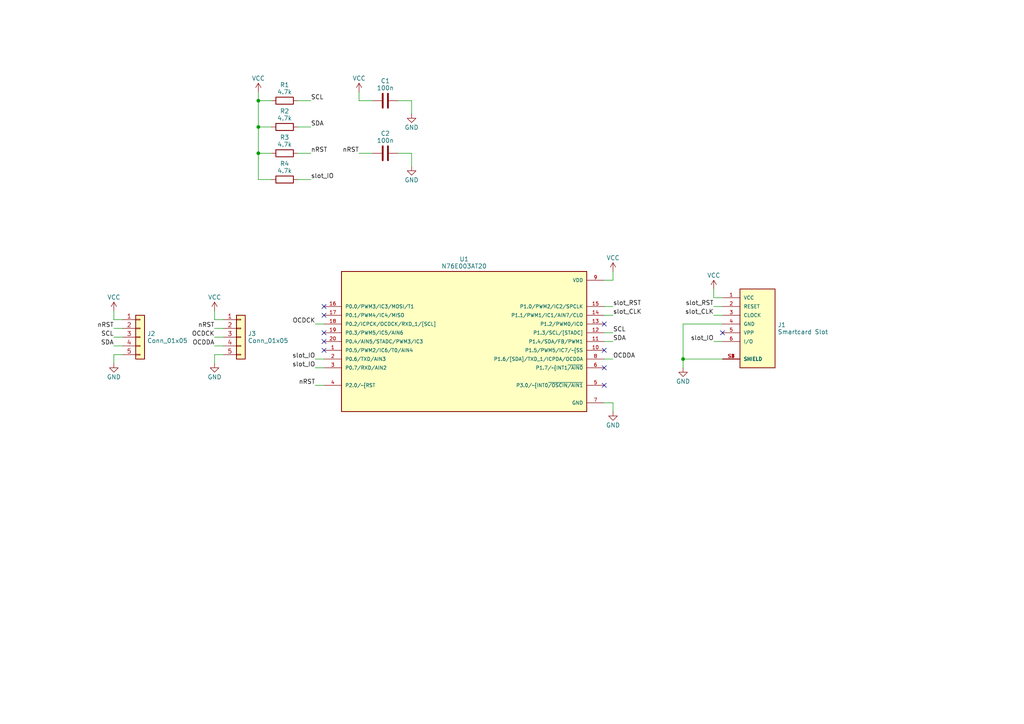
<source format=kicad_sch>
(kicad_sch (version 20230121) (generator eeschema)
  (paper "A4")
  (lib_symbols
    (symbol "693010020611:693010020611" (pin_names (offset 1.016))
      (property "Reference" "J" (at -5.08 10.922 0))
      (property "Value" "693010020611" (at -5.08 -15.24 0))
      (symbol "693010020611_0_0"
        (rectangle (start -5.08 -12.7) (end 5.08 10.16) (stroke (width 0.254)) (fill (type background)))
        (pin passive line (at -10.16 7.62 0) (length 5.08) (name "VCC") (number "1"))
        (pin passive line (at -10.16 5.08 0) (length 5.08) (name "RESET") (number "2"))
        (pin passive line (at -10.16 2.54 0) (length 5.08) (name "CLOCK") (number "3"))
        (pin passive line (at -10.16 0 0) (length 5.08) (name "GND") (number "4"))
        (pin passive line (at -10.16 -2.54 0) (length 5.08) (name "VPP") (number "5"))
        (pin passive line (at -10.16 -5.08 0) (length 5.08) (name "I/O") (number "6"))
        (pin passive line (at -10.16 -10.16 0) (length 5.08) (name "SHIELD") (number "S1"))
        (pin passive line (at -10.16 -10.16 0) (length 5.08) (name "SHIELD") (number "S2"))
        (pin passive line (at -10.16 -10.16 0) (length 5.08) (name "SHIELD") (number "S3"))
        (pin passive line (at -10.16 -10.16 0) (length 5.08) (name "SHIELD") (number "S4"))
      )
    )
    (symbol "Connector_Generic:Conn_01x05" (pin_names (offset 1.016) hide)
      (property "Reference" "J" (at 0 7.62 0))
      (property "Value" "Conn_01x05" (at 0 -7.62 0))
      (symbol "Conn_01x05_1_1"
        (rectangle (start -1.27 -4.953) (end 0 -5.207) (stroke (width 0.1524)))
        (rectangle (start -1.27 -2.413) (end 0 -2.667) (stroke (width 0.1524)))
        (rectangle (start -1.27 0.127) (end 0 -0.127) (stroke (width 0.1524)))
        (rectangle (start -1.27 2.667) (end 0 2.413) (stroke (width 0.1524)))
        (rectangle (start -1.27 5.207) (end 0 4.953) (stroke (width 0.1524)))
        (rectangle (start -1.27 6.35) (end 1.27 -6.35) (stroke (width 0.254)) (fill (type background)))
        (pin passive line (at -5.08 5.08 0) (length 3.81) (name "Pin_1") (number "1"))
        (pin passive line (at -5.08 2.54 0) (length 3.81) (name "Pin_2") (number "2"))
        (pin passive line (at -5.08 0 0) (length 3.81) (name "Pin_3") (number "3"))
        (pin passive line (at -5.08 -2.54 0) (length 3.81) (name "Pin_4") (number "4"))
        (pin passive line (at -5.08 -5.08 0) (length 3.81) (name "Pin_5") (number "5"))
      )
    )
    (symbol "Device:C" (pin_numbers hide) (pin_names (offset 0.254))
      (property "Reference" "C" (at 0.635 2.54 0))
      (property "Value" "C" (at 0.635 -2.54 0))
      (symbol "C_0_1"
        (polyline (pts (xy -2.032 -0.762) (xy 2.032 -0.762)) (stroke (width 0.508)))
        (polyline (pts (xy -2.032 0.762) (xy 2.032 0.762)) (stroke (width 0.508)))
      )
      (symbol "C_1_1"
        (pin passive line (at 0 3.81 270) (length 2.794) (name "~") (number "1"))
        (pin passive line (at 0 -3.81 90) (length 2.794) (name "~") (number "2"))
      )
    )
    (symbol "Device:R" (pin_numbers hide) (pin_names (offset 0))
      (property "Reference" "R" (at 2.032 0 90))
      (property "Value" "R" (at 0 0 90))
      (symbol "R_0_1"
        (rectangle (start -1.016 -2.54) (end 1.016 2.54) (stroke (width 0.254)))
      )
      (symbol "R_1_1"
        (pin passive line (at 0 3.81 270) (length 1.27) (name "~") (number "1"))
        (pin passive line (at 0 -3.81 90) (length 1.27) (name "~") (number "2"))
      )
    )
    (symbol "N76E003AT20:N76E003AT20" (pin_names (offset 1.016))
      (property "Reference" "U" (at -35.8507 21.1036 0))
      (property "Value" "N76E003AT20" (at -35.5898 -22.8792 0))
      (symbol "N76E003AT20_0_0"
        (rectangle (start -35.56 -20.32) (end 35.56 20.32) (stroke (width 0.254)) (fill (type background)))
        (pin bidirectional line (at -40.64 -2.54 0) (length 5.08) (name "P0.5/PWM2/IC6/T0/AIN4") (number "1"))
        (pin bidirectional line (at 40.64 -2.54 180) (length 5.08) (name "P1.5/PWM5/IC7/~{SS~{}") (number "10"))
        (pin bidirectional line (at 40.64 0 180) (length 5.08) (name "P1.4/SDA/FB/PWM1") (number "11"))
        (pin bidirectional line (at 40.64 2.54 180) (length 5.08) (name "P1.3/SCL/[STADC]") (number "12"))
        (pin bidirectional line (at 40.64 5.08 180) (length 5.08) (name "P1.2/PWM0/IC0") (number "13"))
        (pin bidirectional line (at 40.64 7.62 180) (length 5.08) (name "P1.1/PWM1/IC1/AIN7/CLO") (number "14"))
        (pin bidirectional line (at 40.64 10.16 180) (length 5.08) (name "P1.0/PWM2/IC2/SPCLK") (number "15"))
        (pin bidirectional line (at -40.64 10.16 0) (length 5.08) (name "P0.0/PWM3/IC3/MOSI/T1") (number "16"))
        (pin bidirectional line (at -40.64 7.62 0) (length 5.08) (name "P0.1/PWM4/IC4/MISO") (number "17"))
        (pin bidirectional line (at -40.64 5.08 0) (length 5.08) (name "P0.2/ICPCK/OCDCK/RXD_1/[SCL]") (number "18"))
        (pin bidirectional line (at -40.64 2.54 0) (length 5.08) (name "P0.3/PWM5/IC5/AIN6") (number "19"))
        (pin bidirectional line (at -40.64 -5.08 0) (length 5.08) (name "P0.6/TXD/AIN3") (number "2"))
        (pin bidirectional line (at -40.64 0 0) (length 5.08) (name "P0.4/AIN5/STADC/PWM3/IC3") (number "20"))
        (pin bidirectional line (at -40.64 -7.62 0) (length 5.08) (name "P0.7/RXD/AIN2") (number "3"))
        (pin bidirectional line (at -40.64 -12.7 0) (length 5.08) (name "P2.0/~{RST~{}") (number "4"))
        (pin bidirectional line (at 40.64 -12.7 180) (length 5.08) (name "P3.0/~{INT0~{/OSCIN/AIN1}") (number "5"))
        (pin bidirectional line (at 40.64 -7.62 180) (length 5.08) (name "P1.7/~{INT1~{/AIN0}") (number "6"))
        (pin power_in line (at 40.64 -17.78 180) (length 5.08) (name "GND") (number "7"))
        (pin bidirectional line (at 40.64 -5.08 180) (length 5.08) (name "P1.6/[SDA]/TXD_1/ICPDA/OCDDA") (number "8"))
        (pin power_in line (at 40.64 17.78 180) (length 5.08) (name "VDD") (number "9"))
      )
    )
    (symbol "power:GND" (power) (pin_names (offset 0))
      (property "Value" "GND" (at 0 -3.81 0))
      (symbol "GND_0_1"
        (polyline (pts (xy 0 0) (xy 0 -1.27) (xy 1.27 -1.27) (xy 0 -2.54) (xy -1.27 -1.27) (xy 0 -1.27)))
      )
      (symbol "GND_1_1"
        (pin power_in line (at 0 0 270) (length 0) hide (name "GND") (number "1"))
      )
    )
    (symbol "power:VCC" (power) (pin_names (offset 0))
      (property "Value" "VCC" (at 0 3.81 0))
      (symbol "VCC_0_1"
        (polyline (pts (xy -0.762 1.27) (xy 0 2.54)))
        (polyline (pts (xy 0 0) (xy 0 2.54)))
        (polyline (pts (xy 0 2.54) (xy 0.762 1.27)))
      )
      (symbol "VCC_1_1"
        (pin power_in line (at 0 0 90) (length 0) hide (name "VCC") (number "1"))
      )
    )
  )
  (junction (at 74.93 44.45))
  (junction (at 74.93 36.83))
  (junction (at 198.12 104.14))
  (junction (at 74.93 29.21))
  (no_connect (at 175.26 93.98))
  (no_connect (at 175.26 101.6))
  (no_connect (at 93.98 96.52))
  (no_connect (at 93.98 91.44))
  (no_connect (at 93.98 88.9))
  (no_connect (at 93.98 101.6))
  (no_connect (at 93.98 99.06))
  (no_connect (at 175.26 106.68))
  (no_connect (at 209.55 96.52))
  (no_connect (at 175.26 111.76))
  (wire (pts (xy 74.93 36.83) (xy 78.74 36.83)))
  (wire (pts (xy 104.14 29.21) (xy 104.14 26.67)))
  (wire (pts (xy 62.23 102.87) (xy 62.23 105.41)))
  (wire (pts (xy 207.01 88.9) (xy 209.55 88.9)))
  (wire (pts (xy 175.26 99.06) (xy 177.8 99.06)))
  (wire (pts (xy 115.57 44.45) (xy 119.38 44.45)))
  (wire (pts (xy 175.26 116.84) (xy 177.8 116.84)))
  (wire (pts (xy 62.23 95.25) (xy 64.77 95.25)))
  (wire (pts (xy 74.93 26.67) (xy 74.93 29.21)))
  (wire (pts (xy 175.26 81.28) (xy 177.8 81.28)))
  (wire (pts (xy 175.26 88.9) (xy 177.8 88.9)))
  (wire (pts (xy 62.23 97.79) (xy 64.77 97.79)))
  (wire (pts (xy 64.77 102.87) (xy 62.23 102.87)))
  (wire (pts (xy 115.57 29.21) (xy 119.38 29.21)))
  (wire (pts (xy 177.8 116.84) (xy 177.8 119.38)))
  (wire (pts (xy 74.93 36.83) (xy 74.93 44.45)))
  (wire (pts (xy 62.23 92.71) (xy 62.23 90.17)))
  (wire (pts (xy 207.01 99.06) (xy 209.55 99.06)))
  (wire (pts (xy 33.02 95.25) (xy 35.56 95.25)))
  (wire (pts (xy 86.36 29.21) (xy 90.17 29.21)))
  (wire (pts (xy 62.23 100.33) (xy 64.77 100.33)))
  (wire (pts (xy 91.44 93.98) (xy 93.98 93.98)))
  (wire (pts (xy 74.93 44.45) (xy 74.93 52.07)))
  (wire (pts (xy 33.02 97.79) (xy 35.56 97.79)))
  (wire (pts (xy 74.93 44.45) (xy 78.74 44.45)))
  (wire (pts (xy 207.01 91.44) (xy 209.55 91.44)))
  (wire (pts (xy 119.38 44.45) (xy 119.38 48.26)))
  (wire (pts (xy 33.02 92.71) (xy 33.02 90.17)))
  (wire (pts (xy 33.02 100.33) (xy 35.56 100.33)))
  (wire (pts (xy 107.95 29.21) (xy 104.14 29.21)))
  (wire (pts (xy 198.12 104.14) (xy 209.55 104.14)))
  (wire (pts (xy 86.36 36.83) (xy 90.17 36.83)))
  (wire (pts (xy 86.36 44.45) (xy 90.17 44.45)))
  (wire (pts (xy 64.77 92.71) (xy 62.23 92.71)))
  (wire (pts (xy 207.01 86.36) (xy 207.01 83.82)))
  (wire (pts (xy 177.8 81.28) (xy 177.8 78.74)))
  (wire (pts (xy 209.55 86.36) (xy 207.01 86.36)))
  (wire (pts (xy 119.38 29.21) (xy 119.38 33.02)))
  (wire (pts (xy 175.26 91.44) (xy 177.8 91.44)))
  (wire (pts (xy 33.02 102.87) (xy 33.02 105.41)))
  (wire (pts (xy 86.36 52.07) (xy 90.17 52.07)))
  (wire (pts (xy 35.56 92.71) (xy 33.02 92.71)))
  (wire (pts (xy 198.12 93.98) (xy 198.12 104.14)))
  (wire (pts (xy 91.44 111.76) (xy 93.98 111.76)))
  (wire (pts (xy 74.93 52.07) (xy 78.74 52.07)))
  (wire (pts (xy 198.12 104.14) (xy 198.12 106.68)))
  (wire (pts (xy 91.44 106.68) (xy 93.98 106.68)))
  (wire (pts (xy 175.26 104.14) (xy 177.8 104.14)))
  (wire (pts (xy 35.56 102.87) (xy 33.02 102.87)))
  (wire (pts (xy 209.55 93.98) (xy 198.12 93.98)))
  (wire (pts (xy 91.44 104.14) (xy 93.98 104.14)))
  (wire (pts (xy 175.26 96.52) (xy 177.8 96.52)))
  (wire (pts (xy 74.93 29.21) (xy 78.74 29.21)))
  (wire (pts (xy 104.14 44.45) (xy 107.95 44.45)))
  (wire (pts (xy 74.93 29.21) (xy 74.93 36.83)))
  (label "nRST" (at 62.23 95.25 180))
  (label "slot_CLK" (at 207.01 91.44 180))
  (label "SCL" (at 177.8 96.52 0))
  (label "slot_CLK" (at 177.8 91.44 0))
  (label "slot_IO" (at 207.01 99.06 180))
  (label "nRST" (at 33.02 95.25 180))
  (label "slot_IO" (at 91.44 104.14 180))
  (label "slot_RST" (at 207.01 88.9 180))
  (label "slot_RST" (at 177.8 88.9 0))
  (label "slot_IO" (at 91.44 106.68 180))
  (label "OCDCK" (at 91.44 93.98 180))
  (label "nRST" (at 104.14 44.45 180))
  (label "OCDDA" (at 177.8 104.14 0))
  (label "SCL" (at 33.02 97.79 180))
  (label "OCDDA" (at 62.23 100.33 180))
  (label "SCL" (at 90.17 29.21 0))
  (label "nRST" (at 90.17 44.45 0))
  (label "slot_IO" (at 90.17 52.07 0))
  (label "OCDCK" (at 62.23 97.79 180))
  (label "SDA" (at 33.02 100.33 180))
  (label "SDA" (at 177.8 99.06 0))
  (label "nRST" (at 91.44 111.76 180))
  (label "SDA" (at 90.17 36.83 0))
  (symbol (lib_id "power:GND") (at 119.38 48.26 0) (unit 1)
    (property "Reference" "#PWR06" (effects hide))
    (property "Value" "GND" (at 119.38 52.205 0))
  )
  (symbol (lib_id "power:GND") (at 198.12 106.68 0) (unit 1)
    (property "Reference" "#PWR09" (effects hide))
    (property "Value" "GND" (at 198.12 110.625 0))
  )
  (symbol (lib_id "Device:R") (at 82.55 52.07 90) (unit 1)
    (property "Reference" "R4" (at 82.55 47.474 90))
    (property "Value" "4.7k" (at 82.55 49.522 90))
    (property "Footprint" "Resistor_SMD:R_0603_1608Metric_Pad0.98x0.95mm_HandSolder" (effects hide))
  )
  (symbol (lib_id "Device:R") (at 82.55 29.21 90) (unit 1)
    (property "Reference" "R1" (at 82.55 24.614 90))
    (property "Value" "4.7k" (at 82.55 26.662 90))
    (property "Footprint" "Resistor_SMD:R_0603_1608Metric_Pad0.98x0.95mm_HandSolder" (effects hide))
  )
  (symbol (lib_id "power:VCC") (at 33.02 90.17 0) (unit 1)
    (property "Reference" "#PWR07" (effects hide))
    (property "Value" "VCC" (at 33.02 86.225 0))
  )
  (symbol (lib_id "power:VCC") (at 207.01 83.82 0) (unit 1)
    (property "Reference" "#PWR010" (effects hide))
    (property "Value" "VCC" (at 207.01 79.875 0))
  )
  (symbol (lib_id "Connector_Generic:Conn_01x05") (at 69.85 97.79 0) (unit 1)
    (property "Reference" "J3" (at 71.882 96.766 0) (effects (justify left)))
    (property "Value" "Conn_01x05" (at 71.882 98.814 0) (effects (justify left)))
    (property "Footprint" "Connector_PinHeader_2.54mm:PinHeader_1x05_P2.54mm_Vertical" (effects hide))
  )
  (symbol (lib_id "power:VCC") (at 177.8 78.74 0) (unit 1)
    (property "Reference" "#PWR011" (effects hide))
    (property "Value" "VCC" (at 177.8 74.795 0))
  )
  (symbol (lib_id "power:GND") (at 33.02 105.41 0) (unit 1)
    (property "Reference" "#PWR08" (effects hide))
    (property "Value" "GND" (at 33.02 109.355 0))
  )
  (symbol (lib_id "Device:C") (at 111.76 29.21 90) (unit 1)
    (property "Reference" "C1" (at 111.76 23.471 90))
    (property "Value" "100n" (at 111.76 25.519 90))
    (property "Footprint" "Capacitor_SMD:C_0603_1608Metric_Pad1.08x0.95mm_HandSolder" (effects hide))
  )
  (symbol (lib_id "power:GND") (at 177.8 119.38 0) (unit 1)
    (property "Reference" "#PWR012" (effects hide))
    (property "Value" "GND" (at 177.8 123.325 0))
  )
  (symbol (lib_id "power:GND") (at 62.23 105.41 0) (unit 1)
    (property "Reference" "#PWR05" (effects hide))
    (property "Value" "GND" (at 62.23 109.355 0))
  )
  (symbol (lib_id "Device:R") (at 82.55 36.83 90) (unit 1)
    (property "Reference" "R2" (at 82.55 32.234 90))
    (property "Value" "4.7k" (at 82.55 34.282 90))
    (property "Footprint" "Resistor_SMD:R_0603_1608Metric_Pad0.98x0.95mm_HandSolder" (effects hide))
  )
  (symbol (lib_id "Connector_Generic:Conn_01x05") (at 40.64 97.79 0) (unit 1)
    (property "Reference" "J2" (at 42.672 96.766 0) (effects (justify left)))
    (property "Value" "Conn_01x05" (at 42.672 98.814 0) (effects (justify left)))
    (property "Footprint" "Connector_PinHeader_2.54mm:PinHeader_1x05_P2.54mm_Vertical" (effects hide))
  )
  (symbol (lib_id "N76E003AT20:N76E003AT20") (at 134.62 99.06 0) (unit 1)
    (property "Reference" "U1" (at 134.62 75.16 0))
    (property "Value" "N76E003AT20" (at 134.62 77.208 0))
    (property "Footprint" "libs:SOP65P640X120-20N" (effects hide))
    (property "PARTREV" "1.04" (effects hide))
    (property "STANDARD" "IPC 7351B" (effects hide))
    (property "MANUFACTURER" "NUVOTON" (effects hide))
  )
  (symbol (lib_id "Device:C") (at 111.76 44.45 90) (unit 1)
    (property "Reference" "C2" (at 111.76 38.711 90))
    (property "Value" "100n" (at 111.76 40.759 90))
    (property "Footprint" "Capacitor_SMD:C_0603_1608Metric_Pad1.08x0.95mm_HandSolder" (effects hide))
  )
  (symbol (lib_id "power:VCC") (at 104.14 26.67 0) (unit 1)
    (property "Reference" "#PWR02" (effects hide))
    (property "Value" "VCC" (at 104.14 22.725 0))
  )
  (symbol (lib_id "power:VCC") (at 74.93 26.67 0) (unit 1)
    (property "Reference" "#PWR01" (effects hide))
    (property "Value" "VCC" (at 74.93 22.725 0))
  )
  (symbol (lib_id "Device:R") (at 82.55 44.45 90) (unit 1)
    (property "Reference" "R3" (at 82.55 39.854 90))
    (property "Value" "4.7k" (at 82.55 41.902 90))
    (property "Footprint" "Resistor_SMD:R_0603_1608Metric_Pad0.98x0.95mm_HandSolder" (effects hide))
  )
  (symbol (lib_id "693010020611:693010020611") (at 219.71 93.98 0) (unit 1)
    (property "Reference" "J1" (at 225.552 94.226 0) (effects (justify left)))
    (property "Value" "Smartcard Slot" (at 225.552 96.274 0) (effects (justify left)))
    (property "Footprint" "libs:WURTH_693010020611" (effects hide))
    (property "PARTREV" "F" (effects hide))
    (property "STANDARD" "Manufacturer Recommendation" (effects hide))
    (property "MANUFACTURER" "Wurth Electronics" (effects hide))
  )
  (symbol (lib_id "power:GND") (at 119.38 33.02 0) (unit 1)
    (property "Reference" "#PWR03" (effects hide))
    (property "Value" "GND" (at 119.38 36.965 0))
  )
  (symbol (lib_id "power:VCC") (at 62.23 90.17 0) (unit 1)
    (property "Reference" "#PWR04" (effects hide))
    (property "Value" "VCC" (at 62.23 86.225 0))
  )
)
</source>
